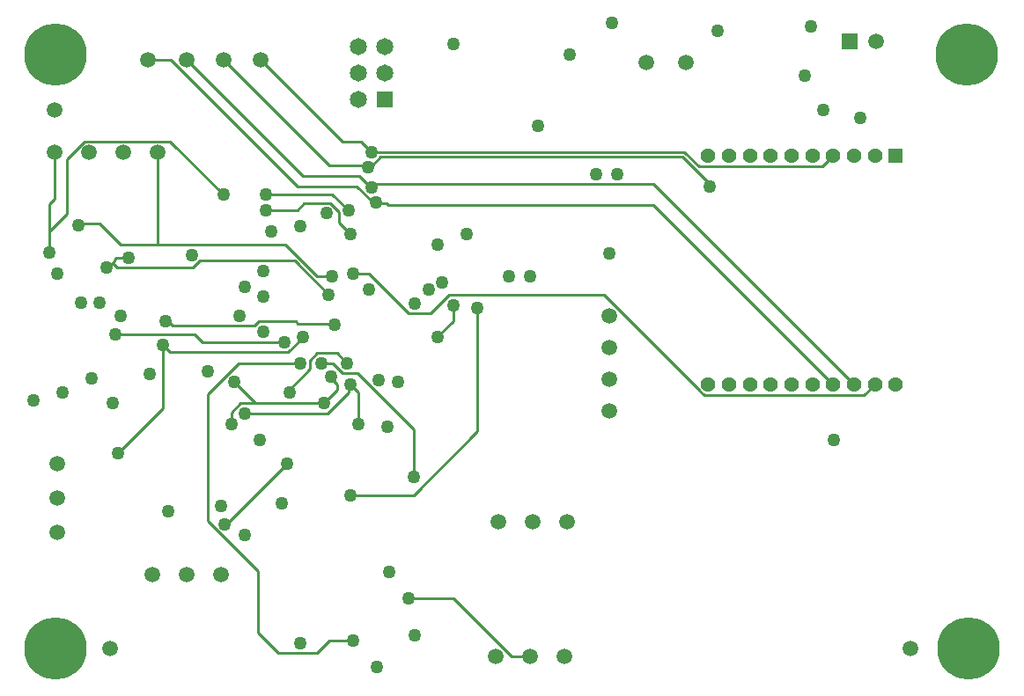
<source format=gbl>
G04*
G04 #@! TF.GenerationSoftware,Altium Limited,Altium Designer,22.10.1 (41)*
G04*
G04 Layer_Physical_Order=4*
G04 Layer_Color=16711680*
%FSLAX25Y25*%
%MOIN*%
G70*
G04*
G04 #@! TF.SameCoordinates,49C2D000-8325-4097-923D-366AA4D3C581*
G04*
G04*
G04 #@! TF.FilePolarity,Positive*
G04*
G01*
G75*
%ADD14C,0.01000*%
%ADD73C,0.23622*%
%ADD74C,0.05906*%
%ADD75R,0.06496X0.06496*%
%ADD76C,0.06496*%
%ADD77R,0.05906X0.05906*%
%ADD78R,0.05634X0.05634*%
%ADD79C,0.05634*%
%ADD80C,0.05000*%
D14*
X360862Y353138D02*
X361325Y352426D01*
X361926Y351825D01*
X362638Y351362D01*
X362824Y351176D02*
X362824Y351176D01*
X139770Y401770D02*
Y402230D01*
X136905Y399307D02*
X137307D01*
X139000Y401000D02*
X139770Y401770D01*
X139000Y401000D02*
X140735Y399265D01*
X137307Y399307D02*
X139000Y401000D01*
X139770Y402230D02*
X140540Y403000D01*
X140735Y399265D02*
X169597D01*
X172102Y401770D01*
X211601Y423600D02*
X221491D01*
X209001Y421000D02*
X211601Y423600D01*
X221491D02*
X224897Y420194D01*
Y416246D02*
Y420194D01*
Y416246D02*
X229160Y411983D01*
X197000Y421000D02*
X209001D01*
X115000Y413000D02*
Y423260D01*
Y405000D02*
Y413000D01*
X121661Y419661D01*
Y440392D01*
X128321Y447053D01*
X160947D01*
X181000Y427000D01*
X156000Y407770D02*
Y443000D01*
X232350Y434000D02*
X236739Y429611D01*
X231611Y430000D02*
X237830Y423780D01*
X236739Y429611D02*
X237091D01*
X209268Y430000D02*
X231611D01*
X242913Y423500D02*
X243413Y423000D01*
X239134Y423500D02*
X242913D01*
X243413Y423000D02*
X343898D01*
X237830Y423780D02*
X238913D01*
X238883Y423751D02*
X239134Y423500D01*
X222261Y427000D02*
X228497Y420764D01*
X221000Y438000D02*
X235862D01*
X233000Y447000D02*
X237000Y443000D01*
X235862Y437313D02*
Y438000D01*
X161268Y478000D02*
X209268Y430000D01*
X211000Y434000D02*
X232350D01*
X167000Y478000D02*
X211000Y434000D01*
X236915Y429435D02*
X237936D01*
X197000Y427000D02*
X222261D01*
X343898Y423000D02*
X411898Y355000D01*
X152500Y478000D02*
X161268D01*
X251000Y274000D02*
X267972D01*
X289972Y252000D01*
X226000Y447000D02*
X233000D01*
X195000Y478000D02*
X226000Y447000D01*
X237000Y443000D02*
X355546D01*
X239500Y431000D02*
X343799D01*
X237936Y429435D02*
X239500Y431000D01*
X343799D02*
X419799Y355000D01*
X175000Y303402D02*
Y351332D01*
X182077Y302000D02*
X205000Y324923D01*
X175000Y303402D02*
X194000Y284402D01*
X181493Y302000D02*
X182077D01*
X194000Y261000D02*
Y284402D01*
X158000Y346000D02*
Y370000D01*
X141000Y329000D02*
X158000Y346000D01*
X115000Y423260D02*
X117000Y425260D01*
Y443000D01*
X140540Y403000D02*
X145000D01*
X134000Y416000D02*
X142230Y407770D01*
X126712Y416000D02*
X134000D01*
X142230Y407770D02*
X156000D01*
X204522D01*
X325230Y388770D02*
X360862Y353138D01*
Y353138D02*
Y353138D01*
X266438Y388770D02*
X325230D01*
X363117Y350883D02*
X423580D01*
X362638Y351362D02*
X362824Y351176D01*
X362824Y351176D02*
X363117Y350883D01*
X259538Y381870D02*
X266438Y388770D01*
X289972Y252000D02*
X297000D01*
X205000Y324923D02*
Y325000D01*
X194000Y261000D02*
X201770Y253230D01*
X253000Y313000D02*
X277124Y337124D01*
X229000Y313000D02*
X253000D01*
X231770Y359230D02*
X253000Y338000D01*
X226245Y359230D02*
X231770D01*
X253000Y320000D02*
Y338000D01*
X221906Y357155D02*
X224000Y355061D01*
X232000Y340000D02*
Y352000D01*
X221906Y357155D02*
Y358015D01*
X228357Y354160D02*
X229123Y354926D01*
X229000Y355000D02*
X232000Y352000D01*
X213770Y360770D02*
Y363965D01*
X206000Y352000D02*
Y353000D01*
X213770Y360770D01*
X201770Y253230D02*
X216293D01*
X175000Y351332D02*
X186668Y363000D01*
X221063Y258000D02*
X230000D01*
X216293Y253230D02*
X221063Y258000D01*
X186668Y363000D02*
X210000D01*
X185000Y356000D02*
X193000Y348000D01*
X189000Y344000D02*
X220332D01*
X228357Y352026D01*
X193000Y348000D02*
X219000D01*
X228357Y352026D02*
Y354160D01*
X219000Y348000D02*
X224000Y353000D01*
X216575Y366770D02*
X224037D01*
X213770Y363965D02*
X216575Y366770D01*
X173232Y371000D02*
X204000D01*
X184000Y340000D02*
Y344332D01*
X187438Y347770D01*
X192770D02*
X193000Y348000D01*
X187438Y347770D02*
X192770D01*
X208410Y378770D02*
X209180Y378000D01*
X161852Y377230D02*
X192898D01*
X194438Y378770D01*
X222985Y378000D02*
X223261Y377724D01*
X160082Y379000D02*
X161852Y377230D01*
X159000Y379000D02*
X160082D01*
X194438Y378770D02*
X208410D01*
X209180Y378000D02*
X222985D01*
X222475Y363000D02*
X226245Y359230D01*
X218136Y363000D02*
X222475D01*
X224037Y366770D02*
X227807Y363000D01*
X224000Y353000D02*
Y355061D01*
X126063Y415351D02*
X126712Y416000D01*
X216292Y396000D02*
X222000D01*
X204522Y407770D02*
X216292Y396000D01*
X208019Y401770D02*
X220789Y389000D01*
X172102Y401770D02*
X208019D01*
X236000Y397000D02*
X251131Y381870D01*
X259538D01*
X277124Y337124D02*
Y383876D01*
X277000Y384000D02*
X277124Y383876D01*
X262195Y373195D02*
X268000Y379000D01*
X262195Y372752D02*
Y373195D01*
X140123Y374000D02*
X170232D01*
X158117Y370000D02*
X160887Y367230D01*
X158000Y370000D02*
X158117D01*
X230000Y397000D02*
X236000D01*
X205562Y367230D02*
X211000Y372668D01*
Y373000D01*
X160887Y367230D02*
X205562D01*
X268000Y379000D02*
Y385000D01*
X170232Y374000D02*
X173232Y371000D01*
X423580Y350883D02*
X427697Y355000D01*
X355546Y443000D02*
X361064Y437481D01*
X407781D01*
X411898Y441598D01*
X354800Y441200D02*
X365000Y431000D01*
X237374Y438000D02*
X240574Y441200D01*
X354800D01*
X235862Y438000D02*
X237374D01*
X181000Y478000D02*
X221000Y438000D01*
X365000Y430000D02*
Y431000D01*
D73*
X462500Y480000D02*
D03*
X117500Y255000D02*
D03*
Y480000D02*
D03*
X463000Y255000D02*
D03*
D74*
X117000Y459000D02*
D03*
X138000Y255000D02*
D03*
X441000D02*
D03*
X152500Y478000D02*
D03*
X428000Y485000D02*
D03*
X297000Y252000D02*
D03*
X310000D02*
D03*
X130000Y443000D02*
D03*
X156000D02*
D03*
X284000Y252000D02*
D03*
X327000Y357000D02*
D03*
X143000Y443000D02*
D03*
X327000Y369000D02*
D03*
X180000Y283000D02*
D03*
X327000Y345000D02*
D03*
X195000Y478000D02*
D03*
X181000D02*
D03*
X167000D02*
D03*
X154000Y283000D02*
D03*
X341000Y477000D02*
D03*
X167000Y283000D02*
D03*
X118000Y312000D02*
D03*
X298000Y303000D02*
D03*
X285000D02*
D03*
X311000D02*
D03*
X356000Y477000D02*
D03*
X117000Y443000D02*
D03*
X327000Y381000D02*
D03*
X118000Y299000D02*
D03*
Y325000D02*
D03*
D75*
X242000Y463000D02*
D03*
D76*
X232000D02*
D03*
X242000Y473000D02*
D03*
Y483000D02*
D03*
X232000Y473000D02*
D03*
Y483000D02*
D03*
D77*
X418000Y485000D02*
D03*
D78*
X435598Y441598D02*
D03*
D79*
X427697D02*
D03*
X419799D02*
D03*
X411898D02*
D03*
X404000D02*
D03*
X396098D02*
D03*
X388197D02*
D03*
X380299D02*
D03*
X372398D02*
D03*
X364500D02*
D03*
Y355000D02*
D03*
X372398D02*
D03*
X380299D02*
D03*
X388197D02*
D03*
X396098D02*
D03*
X404000D02*
D03*
X411898D02*
D03*
X419799D02*
D03*
X427697D02*
D03*
X435598D02*
D03*
D80*
X136905Y399307D02*
D03*
X220000Y420000D02*
D03*
X181000Y427000D02*
D03*
X237091Y429611D02*
D03*
X238913Y423780D02*
D03*
X228497Y420764D02*
D03*
X237000Y443000D02*
D03*
X235862Y437313D02*
D03*
X229160Y411983D02*
D03*
X210000Y415000D02*
D03*
X197000Y421000D02*
D03*
Y427000D02*
D03*
X403576Y490522D02*
D03*
X368000Y489000D02*
D03*
X401000Y472000D02*
D03*
X109000Y349000D02*
D03*
X120000Y352000D02*
D03*
X300000Y453000D02*
D03*
X251000Y274000D02*
D03*
X142000Y381000D02*
D03*
X330000Y434600D02*
D03*
X322000D02*
D03*
X127000Y386000D02*
D03*
X189000Y392000D02*
D03*
X181493Y302000D02*
D03*
X141000Y329000D02*
D03*
X115000Y405000D02*
D03*
X145000Y403000D02*
D03*
X327012Y404616D02*
D03*
X243000Y339000D02*
D03*
X205000Y325000D02*
D03*
X229000Y313000D02*
D03*
X175000Y360000D02*
D03*
X239767Y356565D02*
D03*
X229123Y354926D02*
D03*
X221906Y358015D02*
D03*
X185000Y356000D02*
D03*
X219000Y348000D02*
D03*
X210000Y363000D02*
D03*
X204000Y371000D02*
D03*
X184000Y340000D02*
D03*
X206000Y352000D02*
D03*
X189000Y344000D02*
D03*
X230000Y258000D02*
D03*
X253000Y320000D02*
D03*
X218136Y363000D02*
D03*
X247000Y356000D02*
D03*
X126063Y415351D02*
D03*
X222000Y396000D02*
D03*
X223261Y377724D02*
D03*
X220789Y389000D02*
D03*
X196005Y388384D02*
D03*
X253353Y385640D02*
D03*
X263951Y393503D02*
D03*
X258851Y390804D02*
D03*
X180000Y309000D02*
D03*
X277000Y384000D02*
D03*
X262195Y372752D02*
D03*
X236000Y391000D02*
D03*
X158000Y370000D02*
D03*
X153000Y359000D02*
D03*
X159000Y379000D02*
D03*
X131255Y357289D02*
D03*
X211000Y373000D02*
D03*
X194770Y334000D02*
D03*
X227807Y363000D02*
D03*
X232000Y340000D02*
D03*
X268000Y385000D02*
D03*
X297000Y396000D02*
D03*
X289000D02*
D03*
X239000Y248000D02*
D03*
X139000Y348000D02*
D03*
X189000Y298000D02*
D03*
X140123Y374000D02*
D03*
X134000Y386000D02*
D03*
X243770Y284000D02*
D03*
X210000Y257000D02*
D03*
X253599Y259827D02*
D03*
X160000Y307000D02*
D03*
X203000Y310000D02*
D03*
X118000Y397000D02*
D03*
X230000D02*
D03*
X365000Y430000D02*
D03*
X262000Y408000D02*
D03*
X169000Y404000D02*
D03*
X187000Y381000D02*
D03*
X196000Y398000D02*
D03*
Y375000D02*
D03*
X199000Y413000D02*
D03*
X408096Y458740D02*
D03*
X412000Y334000D02*
D03*
X422000Y456000D02*
D03*
X273000Y412000D02*
D03*
X268000Y484000D02*
D03*
X312000Y480000D02*
D03*
X328000Y492000D02*
D03*
M02*

</source>
